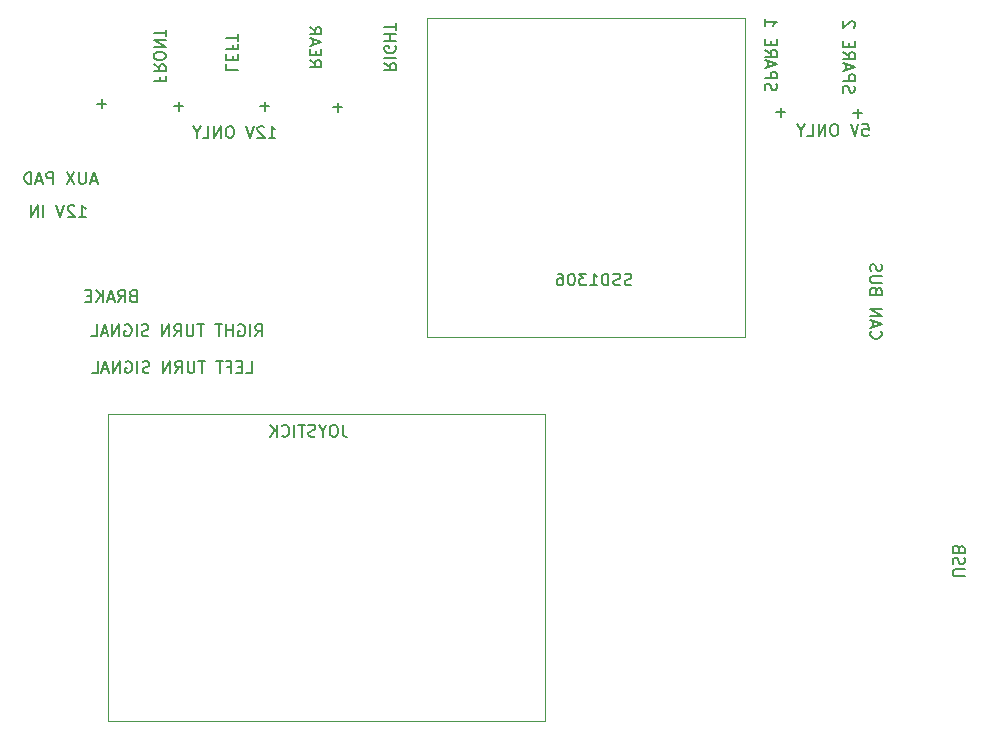
<source format=gbr>
G04 #@! TF.GenerationSoftware,KiCad,Pcbnew,5.1.10-1.fc33*
G04 #@! TF.CreationDate,2021-05-26T13:10:01-04:00*
G04 #@! TF.ProjectId,UnderglowPCB,556e6465-7267-46c6-9f77-5043422e6b69,1.3.2*
G04 #@! TF.SameCoordinates,Original*
G04 #@! TF.FileFunction,Legend,Bot*
G04 #@! TF.FilePolarity,Positive*
%FSLAX46Y46*%
G04 Gerber Fmt 4.6, Leading zero omitted, Abs format (unit mm)*
G04 Created by KiCad (PCBNEW 5.1.10-1.fc33) date 2021-05-26 13:10:01*
%MOMM*%
%LPD*%
G01*
G04 APERTURE LIST*
%ADD10C,0.150000*%
%ADD11C,0.120000*%
G04 APERTURE END LIST*
D10*
X128680952Y-81102380D02*
X129252380Y-81102380D01*
X128966666Y-81102380D02*
X128966666Y-80102380D01*
X129061904Y-80245238D01*
X129157142Y-80340476D01*
X129252380Y-80388095D01*
X128300000Y-80197619D02*
X128252380Y-80150000D01*
X128157142Y-80102380D01*
X127919047Y-80102380D01*
X127823809Y-80150000D01*
X127776190Y-80197619D01*
X127728571Y-80292857D01*
X127728571Y-80388095D01*
X127776190Y-80530952D01*
X128347619Y-81102380D01*
X127728571Y-81102380D01*
X127442857Y-80102380D02*
X127109523Y-81102380D01*
X126776190Y-80102380D01*
X125490476Y-80102380D02*
X125299999Y-80102380D01*
X125204761Y-80150000D01*
X125109523Y-80245238D01*
X125061904Y-80435714D01*
X125061904Y-80769047D01*
X125109523Y-80959523D01*
X125204761Y-81054761D01*
X125299999Y-81102380D01*
X125490476Y-81102380D01*
X125585714Y-81054761D01*
X125680952Y-80959523D01*
X125728571Y-80769047D01*
X125728571Y-80435714D01*
X125680952Y-80245238D01*
X125585714Y-80150000D01*
X125490476Y-80102380D01*
X124633333Y-81102380D02*
X124633333Y-80102380D01*
X124061904Y-81102380D01*
X124061904Y-80102380D01*
X123109523Y-81102380D02*
X123585714Y-81102380D01*
X123585714Y-80102380D01*
X122585714Y-80626190D02*
X122585714Y-81102380D01*
X122919047Y-80102380D02*
X122585714Y-80626190D01*
X122252380Y-80102380D01*
X178952380Y-79952380D02*
X179428571Y-79952380D01*
X179476190Y-80428571D01*
X179428571Y-80380952D01*
X179333333Y-80333333D01*
X179095238Y-80333333D01*
X179000000Y-80380952D01*
X178952380Y-80428571D01*
X178904761Y-80523809D01*
X178904761Y-80761904D01*
X178952380Y-80857142D01*
X179000000Y-80904761D01*
X179095238Y-80952380D01*
X179333333Y-80952380D01*
X179428571Y-80904761D01*
X179476190Y-80857142D01*
X178619047Y-79952380D02*
X178285714Y-80952380D01*
X177952380Y-79952380D01*
X176666666Y-79952380D02*
X176476190Y-79952380D01*
X176380952Y-80000000D01*
X176285714Y-80095238D01*
X176238095Y-80285714D01*
X176238095Y-80619047D01*
X176285714Y-80809523D01*
X176380952Y-80904761D01*
X176476190Y-80952380D01*
X176666666Y-80952380D01*
X176761904Y-80904761D01*
X176857142Y-80809523D01*
X176904761Y-80619047D01*
X176904761Y-80285714D01*
X176857142Y-80095238D01*
X176761904Y-80000000D01*
X176666666Y-79952380D01*
X175809523Y-80952380D02*
X175809523Y-79952380D01*
X175238095Y-80952380D01*
X175238095Y-79952380D01*
X174285714Y-80952380D02*
X174761904Y-80952380D01*
X174761904Y-79952380D01*
X173761904Y-80476190D02*
X173761904Y-80952380D01*
X174095238Y-79952380D02*
X173761904Y-80476190D01*
X173428571Y-79952380D01*
X126764285Y-101002380D02*
X127240476Y-101002380D01*
X127240476Y-100002380D01*
X126430952Y-100478571D02*
X126097619Y-100478571D01*
X125954761Y-101002380D02*
X126430952Y-101002380D01*
X126430952Y-100002380D01*
X125954761Y-100002380D01*
X125192857Y-100478571D02*
X125526190Y-100478571D01*
X125526190Y-101002380D02*
X125526190Y-100002380D01*
X125050000Y-100002380D01*
X124811904Y-100002380D02*
X124240476Y-100002380D01*
X124526190Y-101002380D02*
X124526190Y-100002380D01*
X123288095Y-100002380D02*
X122716666Y-100002380D01*
X123002380Y-101002380D02*
X123002380Y-100002380D01*
X122383333Y-100002380D02*
X122383333Y-100811904D01*
X122335714Y-100907142D01*
X122288095Y-100954761D01*
X122192857Y-101002380D01*
X122002380Y-101002380D01*
X121907142Y-100954761D01*
X121859523Y-100907142D01*
X121811904Y-100811904D01*
X121811904Y-100002380D01*
X120764285Y-101002380D02*
X121097619Y-100526190D01*
X121335714Y-101002380D02*
X121335714Y-100002380D01*
X120954761Y-100002380D01*
X120859523Y-100050000D01*
X120811904Y-100097619D01*
X120764285Y-100192857D01*
X120764285Y-100335714D01*
X120811904Y-100430952D01*
X120859523Y-100478571D01*
X120954761Y-100526190D01*
X121335714Y-100526190D01*
X120335714Y-101002380D02*
X120335714Y-100002380D01*
X119764285Y-101002380D01*
X119764285Y-100002380D01*
X118573809Y-100954761D02*
X118430952Y-101002380D01*
X118192857Y-101002380D01*
X118097619Y-100954761D01*
X118050000Y-100907142D01*
X118002380Y-100811904D01*
X118002380Y-100716666D01*
X118050000Y-100621428D01*
X118097619Y-100573809D01*
X118192857Y-100526190D01*
X118383333Y-100478571D01*
X118478571Y-100430952D01*
X118526190Y-100383333D01*
X118573809Y-100288095D01*
X118573809Y-100192857D01*
X118526190Y-100097619D01*
X118478571Y-100050000D01*
X118383333Y-100002380D01*
X118145238Y-100002380D01*
X118002380Y-100050000D01*
X117573809Y-101002380D02*
X117573809Y-100002380D01*
X116573809Y-100050000D02*
X116669047Y-100002380D01*
X116811904Y-100002380D01*
X116954761Y-100050000D01*
X117050000Y-100145238D01*
X117097619Y-100240476D01*
X117145238Y-100430952D01*
X117145238Y-100573809D01*
X117097619Y-100764285D01*
X117050000Y-100859523D01*
X116954761Y-100954761D01*
X116811904Y-101002380D01*
X116716666Y-101002380D01*
X116573809Y-100954761D01*
X116526190Y-100907142D01*
X116526190Y-100573809D01*
X116716666Y-100573809D01*
X116097619Y-101002380D02*
X116097619Y-100002380D01*
X115526190Y-101002380D01*
X115526190Y-100002380D01*
X115097619Y-100716666D02*
X114621428Y-100716666D01*
X115192857Y-101002380D02*
X114859523Y-100002380D01*
X114526190Y-101002380D01*
X113716666Y-101002380D02*
X114192857Y-101002380D01*
X114192857Y-100002380D01*
X127545238Y-97902380D02*
X127878571Y-97426190D01*
X128116666Y-97902380D02*
X128116666Y-96902380D01*
X127735714Y-96902380D01*
X127640476Y-96950000D01*
X127592857Y-96997619D01*
X127545238Y-97092857D01*
X127545238Y-97235714D01*
X127592857Y-97330952D01*
X127640476Y-97378571D01*
X127735714Y-97426190D01*
X128116666Y-97426190D01*
X127116666Y-97902380D02*
X127116666Y-96902380D01*
X126116666Y-96950000D02*
X126211904Y-96902380D01*
X126354761Y-96902380D01*
X126497619Y-96950000D01*
X126592857Y-97045238D01*
X126640476Y-97140476D01*
X126688095Y-97330952D01*
X126688095Y-97473809D01*
X126640476Y-97664285D01*
X126592857Y-97759523D01*
X126497619Y-97854761D01*
X126354761Y-97902380D01*
X126259523Y-97902380D01*
X126116666Y-97854761D01*
X126069047Y-97807142D01*
X126069047Y-97473809D01*
X126259523Y-97473809D01*
X125640476Y-97902380D02*
X125640476Y-96902380D01*
X125640476Y-97378571D02*
X125069047Y-97378571D01*
X125069047Y-97902380D02*
X125069047Y-96902380D01*
X124735714Y-96902380D02*
X124164285Y-96902380D01*
X124450000Y-97902380D02*
X124450000Y-96902380D01*
X123211904Y-96902380D02*
X122640476Y-96902380D01*
X122926190Y-97902380D02*
X122926190Y-96902380D01*
X122307142Y-96902380D02*
X122307142Y-97711904D01*
X122259523Y-97807142D01*
X122211904Y-97854761D01*
X122116666Y-97902380D01*
X121926190Y-97902380D01*
X121830952Y-97854761D01*
X121783333Y-97807142D01*
X121735714Y-97711904D01*
X121735714Y-96902380D01*
X120688095Y-97902380D02*
X121021428Y-97426190D01*
X121259523Y-97902380D02*
X121259523Y-96902380D01*
X120878571Y-96902380D01*
X120783333Y-96950000D01*
X120735714Y-96997619D01*
X120688095Y-97092857D01*
X120688095Y-97235714D01*
X120735714Y-97330952D01*
X120783333Y-97378571D01*
X120878571Y-97426190D01*
X121259523Y-97426190D01*
X120259523Y-97902380D02*
X120259523Y-96902380D01*
X119688095Y-97902380D01*
X119688095Y-96902380D01*
X118497619Y-97854761D02*
X118354761Y-97902380D01*
X118116666Y-97902380D01*
X118021428Y-97854761D01*
X117973809Y-97807142D01*
X117926190Y-97711904D01*
X117926190Y-97616666D01*
X117973809Y-97521428D01*
X118021428Y-97473809D01*
X118116666Y-97426190D01*
X118307142Y-97378571D01*
X118402380Y-97330952D01*
X118450000Y-97283333D01*
X118497619Y-97188095D01*
X118497619Y-97092857D01*
X118450000Y-96997619D01*
X118402380Y-96950000D01*
X118307142Y-96902380D01*
X118069047Y-96902380D01*
X117926190Y-96950000D01*
X117497619Y-97902380D02*
X117497619Y-96902380D01*
X116497619Y-96950000D02*
X116592857Y-96902380D01*
X116735714Y-96902380D01*
X116878571Y-96950000D01*
X116973809Y-97045238D01*
X117021428Y-97140476D01*
X117069047Y-97330952D01*
X117069047Y-97473809D01*
X117021428Y-97664285D01*
X116973809Y-97759523D01*
X116878571Y-97854761D01*
X116735714Y-97902380D01*
X116640476Y-97902380D01*
X116497619Y-97854761D01*
X116450000Y-97807142D01*
X116450000Y-97473809D01*
X116640476Y-97473809D01*
X116021428Y-97902380D02*
X116021428Y-96902380D01*
X115450000Y-97902380D01*
X115450000Y-96902380D01*
X115021428Y-97616666D02*
X114545238Y-97616666D01*
X115116666Y-97902380D02*
X114783333Y-96902380D01*
X114450000Y-97902380D01*
X113640476Y-97902380D02*
X114116666Y-97902380D01*
X114116666Y-96902380D01*
X114930952Y-78221428D02*
X114169047Y-78221428D01*
X114550000Y-78602380D02*
X114550000Y-77840476D01*
X121430952Y-78421428D02*
X120669047Y-78421428D01*
X121050000Y-78802380D02*
X121050000Y-78040476D01*
X128730952Y-78421428D02*
X127969047Y-78421428D01*
X128350000Y-78802380D02*
X128350000Y-78040476D01*
X134930952Y-78521428D02*
X134169047Y-78521428D01*
X134550000Y-78902380D02*
X134550000Y-78140476D01*
X178930952Y-79021428D02*
X178169047Y-79021428D01*
X178550000Y-79402380D02*
X178550000Y-78640476D01*
X172430952Y-78921428D02*
X171669047Y-78921428D01*
X172050000Y-79302380D02*
X172050000Y-78540476D01*
X112611904Y-87802380D02*
X113183333Y-87802380D01*
X112897619Y-87802380D02*
X112897619Y-86802380D01*
X112992857Y-86945238D01*
X113088095Y-87040476D01*
X113183333Y-87088095D01*
X112230952Y-86897619D02*
X112183333Y-86850000D01*
X112088095Y-86802380D01*
X111850000Y-86802380D01*
X111754761Y-86850000D01*
X111707142Y-86897619D01*
X111659523Y-86992857D01*
X111659523Y-87088095D01*
X111707142Y-87230952D01*
X112278571Y-87802380D01*
X111659523Y-87802380D01*
X111373809Y-86802380D02*
X111040476Y-87802380D01*
X110707142Y-86802380D01*
X109611904Y-87802380D02*
X109611904Y-86802380D01*
X109135714Y-87802380D02*
X109135714Y-86802380D01*
X108564285Y-87802380D01*
X108564285Y-86802380D01*
X114097619Y-84716666D02*
X113621428Y-84716666D01*
X114192857Y-85002380D02*
X113859523Y-84002380D01*
X113526190Y-85002380D01*
X113192857Y-84002380D02*
X113192857Y-84811904D01*
X113145238Y-84907142D01*
X113097619Y-84954761D01*
X113002380Y-85002380D01*
X112811904Y-85002380D01*
X112716666Y-84954761D01*
X112669047Y-84907142D01*
X112621428Y-84811904D01*
X112621428Y-84002380D01*
X112240476Y-84002380D02*
X111573809Y-85002380D01*
X111573809Y-84002380D02*
X112240476Y-85002380D01*
X110430952Y-85002380D02*
X110430952Y-84002380D01*
X110050000Y-84002380D01*
X109954761Y-84050000D01*
X109907142Y-84097619D01*
X109859523Y-84192857D01*
X109859523Y-84335714D01*
X109907142Y-84430952D01*
X109954761Y-84478571D01*
X110050000Y-84526190D01*
X110430952Y-84526190D01*
X109478571Y-84716666D02*
X109002380Y-84716666D01*
X109573809Y-85002380D02*
X109240476Y-84002380D01*
X108907142Y-85002380D01*
X108573809Y-85002380D02*
X108573809Y-84002380D01*
X108335714Y-84002380D01*
X108192857Y-84050000D01*
X108097619Y-84145238D01*
X108050000Y-84240476D01*
X108002380Y-84430952D01*
X108002380Y-84573809D01*
X108050000Y-84764285D01*
X108097619Y-84859523D01*
X108192857Y-84954761D01*
X108335714Y-85002380D01*
X108573809Y-85002380D01*
X117159523Y-94478571D02*
X117016666Y-94526190D01*
X116969047Y-94573809D01*
X116921428Y-94669047D01*
X116921428Y-94811904D01*
X116969047Y-94907142D01*
X117016666Y-94954761D01*
X117111904Y-95002380D01*
X117492857Y-95002380D01*
X117492857Y-94002380D01*
X117159523Y-94002380D01*
X117064285Y-94050000D01*
X117016666Y-94097619D01*
X116969047Y-94192857D01*
X116969047Y-94288095D01*
X117016666Y-94383333D01*
X117064285Y-94430952D01*
X117159523Y-94478571D01*
X117492857Y-94478571D01*
X115921428Y-95002380D02*
X116254761Y-94526190D01*
X116492857Y-95002380D02*
X116492857Y-94002380D01*
X116111904Y-94002380D01*
X116016666Y-94050000D01*
X115969047Y-94097619D01*
X115921428Y-94192857D01*
X115921428Y-94335714D01*
X115969047Y-94430952D01*
X116016666Y-94478571D01*
X116111904Y-94526190D01*
X116492857Y-94526190D01*
X115540476Y-94716666D02*
X115064285Y-94716666D01*
X115635714Y-95002380D02*
X115302380Y-94002380D01*
X114969047Y-95002380D01*
X114635714Y-95002380D02*
X114635714Y-94002380D01*
X114064285Y-95002380D02*
X114492857Y-94430952D01*
X114064285Y-94002380D02*
X114635714Y-94573809D01*
X113635714Y-94478571D02*
X113302380Y-94478571D01*
X113159523Y-95002380D02*
X113635714Y-95002380D01*
X113635714Y-94002380D01*
X113159523Y-94002380D01*
X179692857Y-97473809D02*
X179645238Y-97521428D01*
X179597619Y-97664285D01*
X179597619Y-97759523D01*
X179645238Y-97902380D01*
X179740476Y-97997619D01*
X179835714Y-98045238D01*
X180026190Y-98092857D01*
X180169047Y-98092857D01*
X180359523Y-98045238D01*
X180454761Y-97997619D01*
X180550000Y-97902380D01*
X180597619Y-97759523D01*
X180597619Y-97664285D01*
X180550000Y-97521428D01*
X180502380Y-97473809D01*
X179883333Y-97092857D02*
X179883333Y-96616666D01*
X179597619Y-97188095D02*
X180597619Y-96854761D01*
X179597619Y-96521428D01*
X179597619Y-96188095D02*
X180597619Y-96188095D01*
X179597619Y-95616666D01*
X180597619Y-95616666D01*
X180121428Y-94045238D02*
X180073809Y-93902380D01*
X180026190Y-93854761D01*
X179930952Y-93807142D01*
X179788095Y-93807142D01*
X179692857Y-93854761D01*
X179645238Y-93902380D01*
X179597619Y-93997619D01*
X179597619Y-94378571D01*
X180597619Y-94378571D01*
X180597619Y-94045238D01*
X180550000Y-93950000D01*
X180502380Y-93902380D01*
X180407142Y-93854761D01*
X180311904Y-93854761D01*
X180216666Y-93902380D01*
X180169047Y-93950000D01*
X180121428Y-94045238D01*
X180121428Y-94378571D01*
X180597619Y-93378571D02*
X179788095Y-93378571D01*
X179692857Y-93330952D01*
X179645238Y-93283333D01*
X179597619Y-93188095D01*
X179597619Y-92997619D01*
X179645238Y-92902380D01*
X179692857Y-92854761D01*
X179788095Y-92807142D01*
X180597619Y-92807142D01*
X179645238Y-92378571D02*
X179597619Y-92235714D01*
X179597619Y-91997619D01*
X179645238Y-91902380D01*
X179692857Y-91854761D01*
X179788095Y-91807142D01*
X179883333Y-91807142D01*
X179978571Y-91854761D01*
X180026190Y-91902380D01*
X180073809Y-91997619D01*
X180121428Y-92188095D01*
X180169047Y-92283333D01*
X180216666Y-92330952D01*
X180311904Y-92378571D01*
X180407142Y-92378571D01*
X180502380Y-92330952D01*
X180550000Y-92283333D01*
X180597619Y-92188095D01*
X180597619Y-91950000D01*
X180550000Y-91807142D01*
X187597619Y-118211904D02*
X186788095Y-118211904D01*
X186692857Y-118164285D01*
X186645238Y-118116666D01*
X186597619Y-118021428D01*
X186597619Y-117830952D01*
X186645238Y-117735714D01*
X186692857Y-117688095D01*
X186788095Y-117640476D01*
X187597619Y-117640476D01*
X186645238Y-117211904D02*
X186597619Y-117069047D01*
X186597619Y-116830952D01*
X186645238Y-116735714D01*
X186692857Y-116688095D01*
X186788095Y-116640476D01*
X186883333Y-116640476D01*
X186978571Y-116688095D01*
X187026190Y-116735714D01*
X187073809Y-116830952D01*
X187121428Y-117021428D01*
X187169047Y-117116666D01*
X187216666Y-117164285D01*
X187311904Y-117211904D01*
X187407142Y-117211904D01*
X187502380Y-117164285D01*
X187550000Y-117116666D01*
X187597619Y-117021428D01*
X187597619Y-116783333D01*
X187550000Y-116640476D01*
X187121428Y-115878571D02*
X187073809Y-115735714D01*
X187026190Y-115688095D01*
X186930952Y-115640476D01*
X186788095Y-115640476D01*
X186692857Y-115688095D01*
X186645238Y-115735714D01*
X186597619Y-115830952D01*
X186597619Y-116211904D01*
X187597619Y-116211904D01*
X187597619Y-115878571D01*
X187550000Y-115783333D01*
X187502380Y-115735714D01*
X187407142Y-115688095D01*
X187311904Y-115688095D01*
X187216666Y-115735714D01*
X187169047Y-115783333D01*
X187121428Y-115878571D01*
X187121428Y-116211904D01*
X159397619Y-93554761D02*
X159254761Y-93602380D01*
X159016666Y-93602380D01*
X158921428Y-93554761D01*
X158873809Y-93507142D01*
X158826190Y-93411904D01*
X158826190Y-93316666D01*
X158873809Y-93221428D01*
X158921428Y-93173809D01*
X159016666Y-93126190D01*
X159207142Y-93078571D01*
X159302380Y-93030952D01*
X159350000Y-92983333D01*
X159397619Y-92888095D01*
X159397619Y-92792857D01*
X159350000Y-92697619D01*
X159302380Y-92650000D01*
X159207142Y-92602380D01*
X158969047Y-92602380D01*
X158826190Y-92650000D01*
X158445238Y-93554761D02*
X158302380Y-93602380D01*
X158064285Y-93602380D01*
X157969047Y-93554761D01*
X157921428Y-93507142D01*
X157873809Y-93411904D01*
X157873809Y-93316666D01*
X157921428Y-93221428D01*
X157969047Y-93173809D01*
X158064285Y-93126190D01*
X158254761Y-93078571D01*
X158350000Y-93030952D01*
X158397619Y-92983333D01*
X158445238Y-92888095D01*
X158445238Y-92792857D01*
X158397619Y-92697619D01*
X158350000Y-92650000D01*
X158254761Y-92602380D01*
X158016666Y-92602380D01*
X157873809Y-92650000D01*
X157445238Y-93602380D02*
X157445238Y-92602380D01*
X157207142Y-92602380D01*
X157064285Y-92650000D01*
X156969047Y-92745238D01*
X156921428Y-92840476D01*
X156873809Y-93030952D01*
X156873809Y-93173809D01*
X156921428Y-93364285D01*
X156969047Y-93459523D01*
X157064285Y-93554761D01*
X157207142Y-93602380D01*
X157445238Y-93602380D01*
X155921428Y-93602380D02*
X156492857Y-93602380D01*
X156207142Y-93602380D02*
X156207142Y-92602380D01*
X156302380Y-92745238D01*
X156397619Y-92840476D01*
X156492857Y-92888095D01*
X155588095Y-92602380D02*
X154969047Y-92602380D01*
X155302380Y-92983333D01*
X155159523Y-92983333D01*
X155064285Y-93030952D01*
X155016666Y-93078571D01*
X154969047Y-93173809D01*
X154969047Y-93411904D01*
X155016666Y-93507142D01*
X155064285Y-93554761D01*
X155159523Y-93602380D01*
X155445238Y-93602380D01*
X155540476Y-93554761D01*
X155588095Y-93507142D01*
X154350000Y-92602380D02*
X154254761Y-92602380D01*
X154159523Y-92650000D01*
X154111904Y-92697619D01*
X154064285Y-92792857D01*
X154016666Y-92983333D01*
X154016666Y-93221428D01*
X154064285Y-93411904D01*
X154111904Y-93507142D01*
X154159523Y-93554761D01*
X154254761Y-93602380D01*
X154350000Y-93602380D01*
X154445238Y-93554761D01*
X154492857Y-93507142D01*
X154540476Y-93411904D01*
X154588095Y-93221428D01*
X154588095Y-92983333D01*
X154540476Y-92792857D01*
X154492857Y-92697619D01*
X154445238Y-92650000D01*
X154350000Y-92602380D01*
X153159523Y-92602380D02*
X153350000Y-92602380D01*
X153445238Y-92650000D01*
X153492857Y-92697619D01*
X153588095Y-92840476D01*
X153635714Y-93030952D01*
X153635714Y-93411904D01*
X153588095Y-93507142D01*
X153540476Y-93554761D01*
X153445238Y-93602380D01*
X153254761Y-93602380D01*
X153159523Y-93554761D01*
X153111904Y-93507142D01*
X153064285Y-93411904D01*
X153064285Y-93173809D01*
X153111904Y-93078571D01*
X153159523Y-93030952D01*
X153254761Y-92983333D01*
X153445238Y-92983333D01*
X153540476Y-93030952D01*
X153588095Y-93078571D01*
X153635714Y-93173809D01*
X134954761Y-105402380D02*
X134954761Y-106116666D01*
X135002380Y-106259523D01*
X135097619Y-106354761D01*
X135240476Y-106402380D01*
X135335714Y-106402380D01*
X134288095Y-105402380D02*
X134097619Y-105402380D01*
X134002380Y-105450000D01*
X133907142Y-105545238D01*
X133859523Y-105735714D01*
X133859523Y-106069047D01*
X133907142Y-106259523D01*
X134002380Y-106354761D01*
X134097619Y-106402380D01*
X134288095Y-106402380D01*
X134383333Y-106354761D01*
X134478571Y-106259523D01*
X134526190Y-106069047D01*
X134526190Y-105735714D01*
X134478571Y-105545238D01*
X134383333Y-105450000D01*
X134288095Y-105402380D01*
X133240476Y-105926190D02*
X133240476Y-106402380D01*
X133573809Y-105402380D02*
X133240476Y-105926190D01*
X132907142Y-105402380D01*
X132621428Y-106354761D02*
X132478571Y-106402380D01*
X132240476Y-106402380D01*
X132145238Y-106354761D01*
X132097619Y-106307142D01*
X132050000Y-106211904D01*
X132050000Y-106116666D01*
X132097619Y-106021428D01*
X132145238Y-105973809D01*
X132240476Y-105926190D01*
X132430952Y-105878571D01*
X132526190Y-105830952D01*
X132573809Y-105783333D01*
X132621428Y-105688095D01*
X132621428Y-105592857D01*
X132573809Y-105497619D01*
X132526190Y-105450000D01*
X132430952Y-105402380D01*
X132192857Y-105402380D01*
X132050000Y-105450000D01*
X131764285Y-105402380D02*
X131192857Y-105402380D01*
X131478571Y-106402380D02*
X131478571Y-105402380D01*
X130859523Y-106402380D02*
X130859523Y-105402380D01*
X129811904Y-106307142D02*
X129859523Y-106354761D01*
X130002380Y-106402380D01*
X130097619Y-106402380D01*
X130240476Y-106354761D01*
X130335714Y-106259523D01*
X130383333Y-106164285D01*
X130430952Y-105973809D01*
X130430952Y-105830952D01*
X130383333Y-105640476D01*
X130335714Y-105545238D01*
X130240476Y-105450000D01*
X130097619Y-105402380D01*
X130002380Y-105402380D01*
X129859523Y-105450000D01*
X129811904Y-105497619D01*
X129383333Y-106402380D02*
X129383333Y-105402380D01*
X128811904Y-106402380D02*
X129240476Y-105830952D01*
X128811904Y-105402380D02*
X129383333Y-105973809D01*
X177345238Y-77273809D02*
X177297619Y-77130952D01*
X177297619Y-76892857D01*
X177345238Y-76797619D01*
X177392857Y-76750000D01*
X177488095Y-76702380D01*
X177583333Y-76702380D01*
X177678571Y-76750000D01*
X177726190Y-76797619D01*
X177773809Y-76892857D01*
X177821428Y-77083333D01*
X177869047Y-77178571D01*
X177916666Y-77226190D01*
X178011904Y-77273809D01*
X178107142Y-77273809D01*
X178202380Y-77226190D01*
X178250000Y-77178571D01*
X178297619Y-77083333D01*
X178297619Y-76845238D01*
X178250000Y-76702380D01*
X177297619Y-76273809D02*
X178297619Y-76273809D01*
X178297619Y-75892857D01*
X178250000Y-75797619D01*
X178202380Y-75750000D01*
X178107142Y-75702380D01*
X177964285Y-75702380D01*
X177869047Y-75750000D01*
X177821428Y-75797619D01*
X177773809Y-75892857D01*
X177773809Y-76273809D01*
X177583333Y-75321428D02*
X177583333Y-74845238D01*
X177297619Y-75416666D02*
X178297619Y-75083333D01*
X177297619Y-74750000D01*
X177297619Y-73845238D02*
X177773809Y-74178571D01*
X177297619Y-74416666D02*
X178297619Y-74416666D01*
X178297619Y-74035714D01*
X178250000Y-73940476D01*
X178202380Y-73892857D01*
X178107142Y-73845238D01*
X177964285Y-73845238D01*
X177869047Y-73892857D01*
X177821428Y-73940476D01*
X177773809Y-74035714D01*
X177773809Y-74416666D01*
X177821428Y-73416666D02*
X177821428Y-73083333D01*
X177297619Y-72940476D02*
X177297619Y-73416666D01*
X178297619Y-73416666D01*
X178297619Y-72940476D01*
X178202380Y-71797619D02*
X178250000Y-71750000D01*
X178297619Y-71654761D01*
X178297619Y-71416666D01*
X178250000Y-71321428D01*
X178202380Y-71273809D01*
X178107142Y-71226190D01*
X178011904Y-71226190D01*
X177869047Y-71273809D01*
X177297619Y-71845238D01*
X177297619Y-71226190D01*
X170745238Y-77073809D02*
X170697619Y-76930952D01*
X170697619Y-76692857D01*
X170745238Y-76597619D01*
X170792857Y-76550000D01*
X170888095Y-76502380D01*
X170983333Y-76502380D01*
X171078571Y-76550000D01*
X171126190Y-76597619D01*
X171173809Y-76692857D01*
X171221428Y-76883333D01*
X171269047Y-76978571D01*
X171316666Y-77026190D01*
X171411904Y-77073809D01*
X171507142Y-77073809D01*
X171602380Y-77026190D01*
X171650000Y-76978571D01*
X171697619Y-76883333D01*
X171697619Y-76645238D01*
X171650000Y-76502380D01*
X170697619Y-76073809D02*
X171697619Y-76073809D01*
X171697619Y-75692857D01*
X171650000Y-75597619D01*
X171602380Y-75550000D01*
X171507142Y-75502380D01*
X171364285Y-75502380D01*
X171269047Y-75550000D01*
X171221428Y-75597619D01*
X171173809Y-75692857D01*
X171173809Y-76073809D01*
X170983333Y-75121428D02*
X170983333Y-74645238D01*
X170697619Y-75216666D02*
X171697619Y-74883333D01*
X170697619Y-74550000D01*
X170697619Y-73645238D02*
X171173809Y-73978571D01*
X170697619Y-74216666D02*
X171697619Y-74216666D01*
X171697619Y-73835714D01*
X171650000Y-73740476D01*
X171602380Y-73692857D01*
X171507142Y-73645238D01*
X171364285Y-73645238D01*
X171269047Y-73692857D01*
X171221428Y-73740476D01*
X171173809Y-73835714D01*
X171173809Y-74216666D01*
X171221428Y-73216666D02*
X171221428Y-72883333D01*
X170697619Y-72740476D02*
X170697619Y-73216666D01*
X171697619Y-73216666D01*
X171697619Y-72740476D01*
X170697619Y-71026190D02*
X170697619Y-71597619D01*
X170697619Y-71311904D02*
X171697619Y-71311904D01*
X171554761Y-71407142D01*
X171459523Y-71502380D01*
X171411904Y-71597619D01*
X125097619Y-74852380D02*
X125097619Y-75328571D01*
X126097619Y-75328571D01*
X125621428Y-74519047D02*
X125621428Y-74185714D01*
X125097619Y-74042857D02*
X125097619Y-74519047D01*
X126097619Y-74519047D01*
X126097619Y-74042857D01*
X125621428Y-73280952D02*
X125621428Y-73614285D01*
X125097619Y-73614285D02*
X126097619Y-73614285D01*
X126097619Y-73138095D01*
X126097619Y-72900000D02*
X126097619Y-72328571D01*
X125097619Y-72614285D02*
X126097619Y-72614285D01*
X138447619Y-74783333D02*
X138923809Y-75116666D01*
X138447619Y-75354761D02*
X139447619Y-75354761D01*
X139447619Y-74973809D01*
X139400000Y-74878571D01*
X139352380Y-74830952D01*
X139257142Y-74783333D01*
X139114285Y-74783333D01*
X139019047Y-74830952D01*
X138971428Y-74878571D01*
X138923809Y-74973809D01*
X138923809Y-75354761D01*
X138447619Y-74354761D02*
X139447619Y-74354761D01*
X139400000Y-73354761D02*
X139447619Y-73450000D01*
X139447619Y-73592857D01*
X139400000Y-73735714D01*
X139304761Y-73830952D01*
X139209523Y-73878571D01*
X139019047Y-73926190D01*
X138876190Y-73926190D01*
X138685714Y-73878571D01*
X138590476Y-73830952D01*
X138495238Y-73735714D01*
X138447619Y-73592857D01*
X138447619Y-73497619D01*
X138495238Y-73354761D01*
X138542857Y-73307142D01*
X138876190Y-73307142D01*
X138876190Y-73497619D01*
X138447619Y-72878571D02*
X139447619Y-72878571D01*
X138971428Y-72878571D02*
X138971428Y-72307142D01*
X138447619Y-72307142D02*
X139447619Y-72307142D01*
X139447619Y-71973809D02*
X139447619Y-71402380D01*
X138447619Y-71688095D02*
X139447619Y-71688095D01*
X132147619Y-74521428D02*
X132623809Y-74854761D01*
X132147619Y-75092857D02*
X133147619Y-75092857D01*
X133147619Y-74711904D01*
X133100000Y-74616666D01*
X133052380Y-74569047D01*
X132957142Y-74521428D01*
X132814285Y-74521428D01*
X132719047Y-74569047D01*
X132671428Y-74616666D01*
X132623809Y-74711904D01*
X132623809Y-75092857D01*
X132671428Y-74092857D02*
X132671428Y-73759523D01*
X132147619Y-73616666D02*
X132147619Y-74092857D01*
X133147619Y-74092857D01*
X133147619Y-73616666D01*
X132433333Y-73235714D02*
X132433333Y-72759523D01*
X132147619Y-73330952D02*
X133147619Y-72997619D01*
X132147619Y-72664285D01*
X132147619Y-71759523D02*
X132623809Y-72092857D01*
X132147619Y-72330952D02*
X133147619Y-72330952D01*
X133147619Y-71950000D01*
X133100000Y-71854761D01*
X133052380Y-71807142D01*
X132957142Y-71759523D01*
X132814285Y-71759523D01*
X132719047Y-71807142D01*
X132671428Y-71854761D01*
X132623809Y-71950000D01*
X132623809Y-72330952D01*
X119471428Y-75985714D02*
X119471428Y-76319047D01*
X118947619Y-76319047D02*
X119947619Y-76319047D01*
X119947619Y-75842857D01*
X118947619Y-74890476D02*
X119423809Y-75223809D01*
X118947619Y-75461904D02*
X119947619Y-75461904D01*
X119947619Y-75080952D01*
X119900000Y-74985714D01*
X119852380Y-74938095D01*
X119757142Y-74890476D01*
X119614285Y-74890476D01*
X119519047Y-74938095D01*
X119471428Y-74985714D01*
X119423809Y-75080952D01*
X119423809Y-75461904D01*
X119947619Y-74271428D02*
X119947619Y-74080952D01*
X119900000Y-73985714D01*
X119804761Y-73890476D01*
X119614285Y-73842857D01*
X119280952Y-73842857D01*
X119090476Y-73890476D01*
X118995238Y-73985714D01*
X118947619Y-74080952D01*
X118947619Y-74271428D01*
X118995238Y-74366666D01*
X119090476Y-74461904D01*
X119280952Y-74509523D01*
X119614285Y-74509523D01*
X119804761Y-74461904D01*
X119900000Y-74366666D01*
X119947619Y-74271428D01*
X118947619Y-73414285D02*
X119947619Y-73414285D01*
X118947619Y-72842857D01*
X119947619Y-72842857D01*
X119947619Y-72509523D02*
X119947619Y-71938095D01*
X118947619Y-72223809D02*
X119947619Y-72223809D01*
D11*
G04 #@! TO.C,J11*
X152050000Y-104450000D02*
X152050000Y-130450000D01*
X115050000Y-104450000D02*
X152050000Y-104450000D01*
X133050000Y-130450000D02*
X134050000Y-130450000D01*
X115050000Y-130450000D02*
X152050000Y-130450000D01*
X115050000Y-104450000D02*
X115050000Y-130450000D01*
G04 #@! TO.C,J12*
X169050000Y-97950000D02*
X142050000Y-97950000D01*
X142050000Y-97950000D02*
X142050000Y-70950000D01*
X142050000Y-70950000D02*
X169050000Y-70950000D01*
X169050000Y-70950000D02*
X169050000Y-97950000D01*
G04 #@! TD*
M02*

</source>
